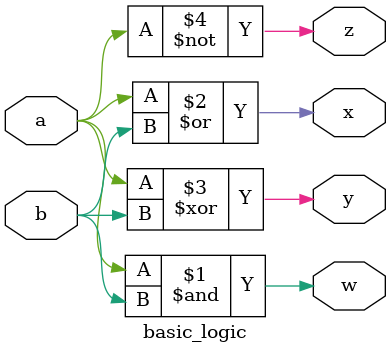
<source format=sv>
module basic_logic(input logic a, b, output logic w, x, y, z);
    assign w = a & b; // bitwise and
    assign x = a | b; // bitwise or
    assign y = a ^ b; // bitwise xor
    assign z = ~a; // bitwise not
endmodule
</source>
